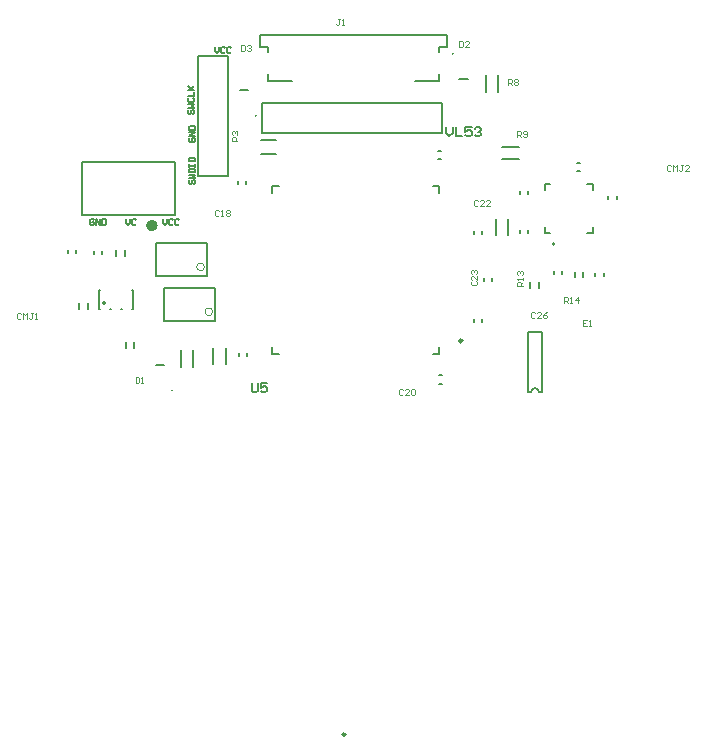
<source format=gto>
G04*
G04 #@! TF.GenerationSoftware,Altium Limited,Altium Designer,21.3.2 (30)*
G04*
G04 Layer_Color=65535*
%FSLAX43Y43*%
%MOMM*%
G71*
G04*
G04 #@! TF.SameCoordinates,E583AE15-D421-4EF2-A5E4-CEDEED2159FB*
G04*
G04*
G04 #@! TF.FilePolarity,Positive*
G04*
G01*
G75*
%ADD10C,0.127*%
%ADD11C,0.500*%
%ADD12C,0.200*%
%ADD13C,0.000*%
%ADD14C,0.250*%
%ADD15C,0.254*%
%ADD16C,0.152*%
%ADD17C,0.203*%
%ADD18C,0.100*%
%ADD19C,0.102*%
D10*
X37500Y57350D02*
G03*
X37500Y57350I-100J0D01*
G01*
X66948Y78452D02*
G03*
X66948Y78452I-51J0D01*
G01*
X50253Y73196D02*
G03*
X50253Y73196I-51J0D01*
G01*
X43153Y49945D02*
G03*
X43153Y49945I-51J0D01*
G01*
X74700Y63280D02*
Y63770D01*
Y63280D02*
X75190D01*
X78800Y66890D02*
Y67380D01*
X78310D02*
X78800D01*
X78310Y63280D02*
X78800D01*
Y63770D01*
X74700Y67380D02*
X75190D01*
X74700Y66890D02*
Y67380D01*
X39277Y64435D02*
Y64096D01*
X39446Y63927D01*
X39616Y64096D01*
Y64435D01*
X40123Y64350D02*
X40039Y64435D01*
X39869D01*
X39785Y64350D01*
Y64012D01*
X39869Y63927D01*
X40039D01*
X40123Y64012D01*
X36516Y64400D02*
X36431Y64485D01*
X36262D01*
X36177Y64400D01*
Y64062D01*
X36262Y63977D01*
X36431D01*
X36516Y64062D01*
Y64231D01*
X36346D01*
X36685Y63977D02*
Y64485D01*
X37023Y63977D01*
Y64485D01*
X37193D02*
Y63977D01*
X37447D01*
X37531Y64062D01*
Y64400D01*
X37447Y64485D01*
X37193D01*
X44650Y71316D02*
X44565Y71231D01*
Y71062D01*
X44650Y70977D01*
X44988D01*
X45073Y71062D01*
Y71231D01*
X44988Y71316D01*
X44819D01*
Y71146D01*
X45073Y71485D02*
X44565D01*
X45073Y71823D01*
X44565D01*
Y71993D02*
X45073D01*
Y72247D01*
X44988Y72331D01*
X44650D01*
X44565Y72247D01*
Y71993D01*
X44600Y73716D02*
X44515Y73631D01*
Y73462D01*
X44600Y73377D01*
X44684D01*
X44769Y73462D01*
Y73631D01*
X44854Y73716D01*
X44938D01*
X45023Y73631D01*
Y73462D01*
X44938Y73377D01*
X44515Y73885D02*
X45023D01*
X44854Y74054D01*
X45023Y74223D01*
X44515D01*
X44600Y74731D02*
X44515Y74647D01*
Y74477D01*
X44600Y74393D01*
X44938D01*
X45023Y74477D01*
Y74647D01*
X44938Y74731D01*
X44515Y74901D02*
X45023D01*
Y75239D01*
X44515Y75408D02*
X45023D01*
X44854D01*
X44515Y75747D01*
X44769Y75493D01*
X45023Y75747D01*
X44650Y67716D02*
X44565Y67631D01*
Y67462D01*
X44650Y67377D01*
X44734D01*
X44819Y67462D01*
Y67631D01*
X44904Y67716D01*
X44988D01*
X45073Y67631D01*
Y67462D01*
X44988Y67377D01*
X44565Y67885D02*
X45073D01*
X44904Y68054D01*
X45073Y68223D01*
X44565D01*
Y68393D02*
X45073D01*
Y68647D01*
X44988Y68731D01*
X44650D01*
X44565Y68647D01*
Y68393D01*
Y68900D02*
Y69070D01*
Y68985D01*
X45073D01*
Y68900D01*
Y69070D01*
X44565Y69578D02*
Y69408D01*
X44650Y69324D01*
X44988D01*
X45073Y69408D01*
Y69578D01*
X44988Y69662D01*
X44650D01*
X44565Y69578D01*
X46827Y79035D02*
Y78696D01*
X46996Y78527D01*
X47166Y78696D01*
Y79035D01*
X47673Y78950D02*
X47589Y79035D01*
X47419D01*
X47335Y78950D01*
Y78612D01*
X47419Y78527D01*
X47589D01*
X47673Y78612D01*
X48181Y78950D02*
X48097Y79035D01*
X47927D01*
X47843Y78950D01*
Y78612D01*
X47927Y78527D01*
X48097D01*
X48181Y78612D01*
X42427Y64485D02*
Y64146D01*
X42596Y63977D01*
X42766Y64146D01*
Y64485D01*
X43273Y64400D02*
X43189Y64485D01*
X43019D01*
X42935Y64400D01*
Y64062D01*
X43019Y63977D01*
X43189D01*
X43273Y64062D01*
X43781Y64400D02*
X43697Y64485D01*
X43527D01*
X43443Y64400D01*
Y64062D01*
X43527Y63977D01*
X43697D01*
X43781Y64062D01*
D11*
X41700Y63900D02*
G03*
X41700Y63900I-250J0D01*
G01*
D12*
X74217Y49825D02*
G03*
X73582Y49825I-317J0D01*
G01*
X75550Y62330D02*
G03*
X75550Y62330I-100J0D01*
G01*
X35500Y64800D02*
X43400D01*
X35500D02*
Y69300D01*
Y69300D02*
X43400D01*
Y64800D02*
Y69300D01*
X74217Y49825D02*
X74515D01*
X73285D02*
X73582D01*
X73285D02*
Y54905D01*
X74515D01*
Y49825D02*
Y54905D01*
X66425Y79050D02*
Y80000D01*
X65725Y79050D02*
X66425D01*
X50575Y80000D02*
X66425D01*
X65725Y78600D02*
Y79050D01*
Y76100D02*
Y76700D01*
X63725Y76100D02*
X65725D01*
X51275Y76100D02*
X53275D01*
X51275Y78600D02*
Y79050D01*
Y76100D02*
Y76700D01*
X50575Y79050D02*
Y80000D01*
Y79050D02*
X51275D01*
X45380Y68100D02*
X47920D01*
X45380D02*
Y78260D01*
X47920Y68100D02*
Y78260D01*
X45380D02*
X47920D01*
X50800Y71730D02*
Y74270D01*
X66040Y71730D02*
Y74270D01*
X50800Y71730D02*
X66040D01*
X50800Y74270D02*
X66040D01*
X65800Y53050D02*
Y53625D01*
Y66675D02*
Y67250D01*
X51600D02*
X52175D01*
X65225D02*
X65800D01*
X51600Y53050D02*
Y53625D01*
Y66675D02*
Y67250D01*
Y53050D02*
X52175D01*
X65225D02*
X65800D01*
X66384Y72250D02*
Y71717D01*
X66650Y71450D01*
X66917Y71717D01*
Y72250D01*
X67184D02*
Y71450D01*
X67717D01*
X68516Y72250D02*
X67983D01*
Y71850D01*
X68250Y71983D01*
X68383D01*
X68516Y71850D01*
Y71583D01*
X68383Y71450D01*
X68117D01*
X67983Y71583D01*
X68783Y72117D02*
X68916Y72250D01*
X69183D01*
X69316Y72117D01*
Y71983D01*
X69183Y71850D01*
X69050D01*
X69183D01*
X69316Y71717D01*
Y71583D01*
X69183Y71450D01*
X68916D01*
X68783Y71583D01*
D13*
X46600Y56600D02*
G03*
X46600Y56600I-325J0D01*
G01*
X45900Y60400D02*
G03*
X45900Y60400I-325J0D01*
G01*
D14*
X67725Y54150D02*
G03*
X67725Y54150I-125J0D01*
G01*
D15*
X57829Y20826D02*
G03*
X57829Y20826I-103J0D01*
G01*
D16*
X36978Y58460D02*
X37072D01*
X39728D02*
X39822D01*
X39728Y56840D02*
X39822D01*
X36978D02*
X37072D01*
X38828D02*
X38922D01*
X37878D02*
X37972D01*
X36978D02*
Y58460D01*
X39822Y56840D02*
Y58460D01*
X71113Y70558D02*
X72535D01*
X71113Y69542D02*
X72535D01*
X67494Y76294D02*
X68206D01*
X70758Y75213D02*
Y76635D01*
X69742Y75213D02*
Y76635D01*
X48894Y75354D02*
X49606D01*
X69406Y55757D02*
Y56011D01*
X68694Y55757D02*
Y56011D01*
X41794Y52104D02*
X42506D01*
X36006Y56855D02*
Y57313D01*
X35294Y56855D02*
Y57313D01*
X39156Y61355D02*
Y61813D01*
X38444Y61355D02*
Y61813D01*
X39244Y53555D02*
Y54013D01*
X39956Y53555D02*
Y54013D01*
X36544Y61507D02*
Y61761D01*
X37256Y61507D02*
Y61761D01*
X35056Y61589D02*
Y61843D01*
X34344Y61589D02*
Y61843D01*
X80806Y66107D02*
Y66361D01*
X80094Y66107D02*
Y66361D01*
X77457Y69206D02*
X77711D01*
X77457Y68494D02*
X77711D01*
X73306Y66607D02*
Y66861D01*
X72594Y66607D02*
Y66861D01*
X47709Y52216D02*
Y53536D01*
X46591Y52216D02*
Y53536D01*
X65757Y51206D02*
X66011D01*
X65757Y50494D02*
X66011D01*
X71608Y63063D02*
Y64485D01*
X70592Y63063D02*
Y64485D01*
X65707Y70206D02*
X65961D01*
X65707Y69494D02*
X65961D01*
X69406Y63207D02*
Y63461D01*
X68694Y63207D02*
Y63461D01*
X44958Y51915D02*
Y53337D01*
X43942Y51915D02*
Y53337D01*
X50666Y69991D02*
X51986D01*
X50666Y71109D02*
X51986D01*
X77244Y59505D02*
Y59963D01*
X77956Y59505D02*
Y59963D01*
X73494Y58637D02*
Y59095D01*
X74206Y58637D02*
Y59095D01*
X79706Y59607D02*
Y59861D01*
X78994Y59607D02*
Y59861D01*
X76206Y59757D02*
Y60011D01*
X75494Y59757D02*
Y60011D01*
X72594Y63239D02*
Y63493D01*
X73306Y63239D02*
Y63493D01*
X70256Y59239D02*
Y59493D01*
X69544Y59239D02*
Y59493D01*
X48744Y67407D02*
Y67661D01*
X49456Y67407D02*
Y67661D01*
X49506Y52839D02*
Y53093D01*
X48794Y52839D02*
Y53093D01*
X49915Y50531D02*
Y49896D01*
X50042Y49769D01*
X50296D01*
X50423Y49896D01*
Y50531D01*
X51185D02*
X50677D01*
Y50150D01*
X50931Y50277D01*
X51058D01*
X51185Y50150D01*
Y49896D01*
X51058Y49769D01*
X50804D01*
X50677Y49896D01*
D17*
X42500Y58650D02*
X46800D01*
X42500Y55850D02*
Y58650D01*
Y55850D02*
X46800D01*
Y58650D01*
X41800Y62450D02*
X46100D01*
X41800Y59650D02*
Y62450D01*
Y59650D02*
X46100D01*
Y62450D01*
D18*
X48700Y71083D02*
X48200D01*
Y71333D01*
X48283Y71417D01*
X48450D01*
X48533Y71333D01*
Y71083D01*
X48283Y71583D02*
X48200Y71667D01*
Y71833D01*
X48283Y71917D01*
X48367D01*
X48450Y71833D01*
Y71750D01*
Y71833D01*
X48533Y71917D01*
X48617D01*
X48700Y71833D01*
Y71667D01*
X48617Y71583D01*
X30400Y56417D02*
X30317Y56500D01*
X30150D01*
X30067Y56417D01*
Y56083D01*
X30150Y56000D01*
X30317D01*
X30400Y56083D01*
X30567Y56000D02*
Y56500D01*
X30733Y56333D01*
X30900Y56500D01*
Y56000D01*
X31400Y56500D02*
X31233D01*
X31317D01*
Y56083D01*
X31233Y56000D01*
X31150D01*
X31067Y56083D01*
X31566Y56000D02*
X31733D01*
X31650D01*
Y56500D01*
X31566Y56417D01*
X85417Y68967D02*
X85334Y69050D01*
X85167D01*
X85084Y68967D01*
Y68633D01*
X85167Y68550D01*
X85334D01*
X85417Y68633D01*
X85583Y68550D02*
Y69050D01*
X85750Y68883D01*
X85917Y69050D01*
Y68550D01*
X86417Y69050D02*
X86250D01*
X86333D01*
Y68633D01*
X86250Y68550D01*
X86167D01*
X86083Y68633D01*
X86916Y68550D02*
X86583D01*
X86916Y68883D01*
Y68967D01*
X86833Y69050D01*
X86666D01*
X86583Y68967D01*
X76325Y57350D02*
Y57850D01*
X76575D01*
X76658Y57767D01*
Y57600D01*
X76575Y57517D01*
X76325D01*
X76492D02*
X76658Y57350D01*
X76825D02*
X76992D01*
X76908D01*
Y57850D01*
X76825Y57767D01*
X77491Y57350D02*
Y57850D01*
X77242Y57600D01*
X77575D01*
X72850Y58825D02*
X72350D01*
Y59075D01*
X72433Y59158D01*
X72600D01*
X72683Y59075D01*
Y58825D01*
Y58992D02*
X72850Y59158D01*
Y59325D02*
Y59492D01*
Y59408D01*
X72350D01*
X72433Y59325D01*
Y59742D02*
X72350Y59825D01*
Y59991D01*
X72433Y60075D01*
X72517D01*
X72600Y59991D01*
Y59908D01*
Y59991D01*
X72683Y60075D01*
X72767D01*
X72850Y59991D01*
Y59825D01*
X72767Y59742D01*
X78300Y55900D02*
X77967D01*
Y55400D01*
X78300D01*
X77967Y55650D02*
X78133D01*
X78467Y55400D02*
X78633D01*
X78550D01*
Y55900D01*
X78467Y55817D01*
X40067Y51050D02*
Y50550D01*
X40317D01*
X40400Y50633D01*
Y50967D01*
X40317Y51050D01*
X40067D01*
X40567Y50550D02*
X40733D01*
X40650D01*
Y51050D01*
X40567Y50967D01*
X73867Y56467D02*
X73783Y56550D01*
X73617D01*
X73534Y56467D01*
Y56133D01*
X73617Y56050D01*
X73783D01*
X73867Y56133D01*
X74367Y56050D02*
X74033D01*
X74367Y56383D01*
Y56467D01*
X74283Y56550D01*
X74117D01*
X74033Y56467D01*
X74866Y56550D02*
X74700Y56467D01*
X74533Y56300D01*
Y56133D01*
X74617Y56050D01*
X74783D01*
X74866Y56133D01*
Y56217D01*
X74783Y56300D01*
X74533D01*
X68533Y59167D02*
X68450Y59083D01*
Y58917D01*
X68533Y58834D01*
X68867D01*
X68950Y58917D01*
Y59083D01*
X68867Y59167D01*
X68950Y59667D02*
Y59333D01*
X68617Y59667D01*
X68533D01*
X68450Y59583D01*
Y59417D01*
X68533Y59333D01*
Y59833D02*
X68450Y59917D01*
Y60083D01*
X68533Y60166D01*
X68617D01*
X68700Y60083D01*
Y60000D01*
Y60083D01*
X68783Y60166D01*
X68867D01*
X68950Y60083D01*
Y59917D01*
X68867Y59833D01*
X47158Y65117D02*
X47075Y65200D01*
X46909D01*
X46825Y65117D01*
Y64783D01*
X46909Y64700D01*
X47075D01*
X47158Y64783D01*
X47325Y64700D02*
X47492D01*
X47408D01*
Y65200D01*
X47325Y65117D01*
X47742D02*
X47825Y65200D01*
X47991D01*
X48075Y65117D01*
Y65033D01*
X47991Y64950D01*
X48075Y64867D01*
Y64783D01*
X47991Y64700D01*
X47825D01*
X47742Y64783D01*
Y64867D01*
X47825Y64950D01*
X47742Y65033D01*
Y65117D01*
X47825Y64950D02*
X47991D01*
X57400Y81400D02*
X57233D01*
X57317D01*
Y80983D01*
X57233Y80900D01*
X57150D01*
X57067Y80983D01*
X57567Y80900D02*
X57733D01*
X57650D01*
Y81400D01*
X57567Y81317D01*
X69042Y65996D02*
X68958Y66079D01*
X68792D01*
X68709Y65996D01*
Y65662D01*
X68792Y65579D01*
X68958D01*
X69042Y65662D01*
X69542Y65579D02*
X69208D01*
X69542Y65912D01*
Y65996D01*
X69458Y66079D01*
X69292D01*
X69208Y65996D01*
X70041Y65579D02*
X69708D01*
X70041Y65912D01*
Y65996D01*
X69958Y66079D01*
X69792D01*
X69708Y65996D01*
X62717Y49967D02*
X62633Y50050D01*
X62467D01*
X62384Y49967D01*
Y49633D01*
X62467Y49550D01*
X62633D01*
X62717Y49633D01*
X63217Y49550D02*
X62883D01*
X63217Y49883D01*
Y49967D01*
X63133Y50050D01*
X62967D01*
X62883Y49967D01*
X63383D02*
X63467Y50050D01*
X63633D01*
X63716Y49967D01*
Y49633D01*
X63633Y49550D01*
X63467D01*
X63383Y49633D01*
Y49967D01*
D19*
X72327Y71396D02*
Y71904D01*
X72581D01*
X72665Y71819D01*
Y71650D01*
X72581Y71565D01*
X72327D01*
X72496D02*
X72665Y71396D01*
X72835Y71481D02*
X72919Y71396D01*
X73089D01*
X73173Y71481D01*
Y71819D01*
X73089Y71904D01*
X72919D01*
X72835Y71819D01*
Y71735D01*
X72919Y71650D01*
X73173D01*
X71577Y75796D02*
Y76304D01*
X71831D01*
X71915Y76219D01*
Y76050D01*
X71831Y75965D01*
X71577D01*
X71746D02*
X71915Y75796D01*
X72085Y76219D02*
X72169Y76304D01*
X72339D01*
X72423Y76219D01*
Y76135D01*
X72339Y76050D01*
X72423Y75965D01*
Y75881D01*
X72339Y75796D01*
X72169D01*
X72085Y75881D01*
Y75965D01*
X72169Y76050D01*
X72085Y76135D01*
Y76219D01*
X72169Y76050D02*
X72339D01*
X48977Y79154D02*
Y78646D01*
X49231D01*
X49315Y78731D01*
Y79069D01*
X49231Y79154D01*
X48977D01*
X49485Y79069D02*
X49569Y79154D01*
X49739D01*
X49823Y79069D01*
Y78985D01*
X49739Y78900D01*
X49654D01*
X49739D01*
X49823Y78815D01*
Y78731D01*
X49739Y78646D01*
X49569D01*
X49485Y78731D01*
X67427Y79504D02*
Y78996D01*
X67681D01*
X67765Y79081D01*
Y79419D01*
X67681Y79504D01*
X67427D01*
X68273Y78996D02*
X67935D01*
X68273Y79335D01*
Y79419D01*
X68189Y79504D01*
X68019D01*
X67935Y79419D01*
M02*

</source>
